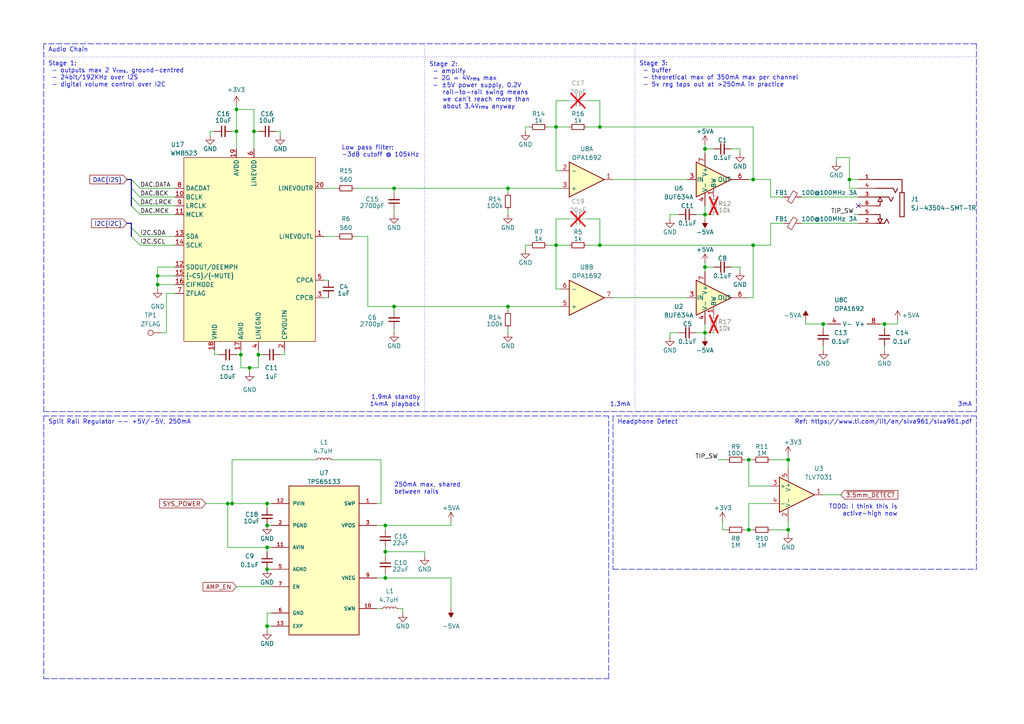
<source format=kicad_sch>
(kicad_sch (version 20230121) (generator eeschema)
  (paper "A4")
  (title_block (title "TANGARA") (date "2023-05-30") (rev "4") (company "made by jacqueline") (comment 1 "SPDX-License-Identifier: CERN-OHL-S-2.0"))
  (lib_symbols
    (symbol "Comparator:TLV7031DBV" (pin_names (offset 0.127))
      (property "Reference" "U" (at -1.27 6.35 0))
      (property "Value" "TLV7031DBV" (at -1.27 3.81 0))
      (symbol "TLV7031DBV_0_1"
        (polyline (pts (xy -5.08 5.08) (xy 5.08 0) (xy -5.08 -5.08) (xy -5.08 5.08)) (stroke (width 0.254)) (fill (type background)))
        (pin power_in line (at -2.54 -7.62 90) (length 3.81) (name "V-") (number "2"))
        (pin power_in line (at -2.54 7.62 270) (length 3.81) (name "V+") (number "5"))
      )
      (symbol "TLV7031DBV_1_1"
        (pin output line (at 7.62 0 180) (length 2.54) (name "~") (number "1"))
        (pin input line (at -7.62 2.54 0) (length 2.54) (name "+") (number "3"))
        (pin input line (at -7.62 -2.54 0) (length 2.54) (name "-") (number "4"))
      )
    )
    (symbol "Connector:TestPoint" (pin_numbers hide) (pin_names (offset 0.762) hide)
      (property "Reference" "TP" (at 0 6.858 0))
      (property "Value" "TestPoint" (at 0 5.08 0))
      (symbol "TestPoint_0_1"
        (circle (center 0 3.302) (radius 0.762))
      )
      (symbol "TestPoint_1_1"
        (pin passive line (at 0 0 90) (length 2.54) (name "1") (number "1"))
      )
    )
    (symbol "Device:C_Small" (pin_numbers hide) (pin_names (offset 0.254) hide)
      (property "Reference" "C" (at 0.254 1.778 0))
      (property "Value" "C_Small" (at 0.254 -2.032 0))
      (symbol "C_Small_0_1"
        (polyline (pts (xy -1.524 -0.508) (xy 1.524 -0.508)) (stroke (width 0.3302)))
        (polyline (pts (xy -1.524 0.508) (xy 1.524 0.508)) (stroke (width 0.3048)))
      )
      (symbol "C_Small_1_1"
        (pin passive line (at 0 2.54 270) (length 2.032) (name "~") (number "1"))
        (pin passive line (at 0 -2.54 90) (length 2.032) (name "~") (number "2"))
      )
    )
    (symbol "Device:Ferrite_Bead_Small" (pin_numbers hide) (pin_names (offset 0))
      (property "Reference" "FB" (at 1.905 1.27 0))
      (property "Value" "Device_Ferrite_Bead_Small" (at 1.905 -1.27 0))
      (symbol "Ferrite_Bead_Small_0_1"
        (polyline (pts (xy 0 -1.27) (xy 0 -0.7874)))
        (polyline (pts (xy 0 0.889) (xy 0 1.2954)))
        (polyline (pts (xy -1.8288 0.2794) (xy -1.1176 1.4986) (xy 1.8288 -0.2032) (xy 1.1176 -1.4224) (xy -1.8288 0.2794)))
      )
      (symbol "Ferrite_Bead_Small_1_1"
        (pin passive line (at 0 2.54 270) (length 1.27) (name "~") (number "1"))
        (pin passive line (at 0 -2.54 90) (length 1.27) (name "~") (number "2"))
      )
    )
    (symbol "Device:L_Small" (pin_numbers hide) (pin_names (offset 0.254) hide)
      (property "Reference" "L" (at 0.762 1.016 0))
      (property "Value" "L_Small" (at 0.762 -1.016 0))
      (symbol "L_Small_0_1"
        (arc (start 0 -2.032) (mid 0.5058 -1.524) (end 0 -1.016))
        (arc (start 0 -1.016) (mid 0.5058 -0.508) (end 0 0))
        (arc (start 0 0) (mid 0.5058 0.508) (end 0 1.016))
        (arc (start 0 1.016) (mid 0.5058 1.524) (end 0 2.032))
      )
      (symbol "L_Small_1_1"
        (pin passive line (at 0 2.54 270) (length 0.508) (name "~") (number "1"))
        (pin passive line (at 0 -2.54 90) (length 0.508) (name "~") (number "2"))
      )
    )
    (symbol "Device:Opamp_Dual"
      (property "Reference" "U" (at 0 5.08 0))
      (property "Value" "Opamp_Dual" (at 0 -5.08 0))
      (symbol "Opamp_Dual_1_1"
        (polyline (pts (xy -5.08 5.08) (xy 5.08 0) (xy -5.08 -5.08) (xy -5.08 5.08)) (stroke (width 0.254)) (fill (type background)))
        (pin output line (at 7.62 0 180) (length 2.54) (name "~") (number "1"))
        (pin input line (at -7.62 -2.54 0) (length 2.54) (name "-") (number "2"))
        (pin input line (at -7.62 2.54 0) (length 2.54) (name "+") (number "3"))
      )
      (symbol "Opamp_Dual_2_1"
        (polyline (pts (xy -5.08 5.08) (xy 5.08 0) (xy -5.08 -5.08) (xy -5.08 5.08)) (stroke (width 0.254)) (fill (type background)))
        (pin input line (at -7.62 2.54 0) (length 2.54) (name "+") (number "5"))
        (pin input line (at -7.62 -2.54 0) (length 2.54) (name "-") (number "6"))
        (pin output line (at 7.62 0 180) (length 2.54) (name "~") (number "7"))
      )
      (symbol "Opamp_Dual_3_1"
        (pin power_in line (at -2.54 -7.62 90) (length 3.81) (name "V-") (number "4"))
        (pin power_in line (at -2.54 7.62 270) (length 3.81) (name "V+") (number "8"))
      )
    )
    (symbol "Device:R_Small" (pin_numbers hide) (pin_names (offset 0.254) hide)
      (property "Reference" "R" (at 0.762 0.508 0))
      (property "Value" "R_Small" (at 0.762 -1.016 0))
      (symbol "R_Small_0_1"
        (rectangle (start -0.762 1.778) (end 0.762 -1.778) (stroke (width 0.2032)))
      )
      (symbol "R_Small_1_1"
        (pin passive line (at 0 2.54 270) (length 0.762) (name "~") (number "1"))
        (pin passive line (at 0 -2.54 90) (length 0.762) (name "~") (number "2"))
      )
    )
    (symbol "power:+3V3" (power) (pin_names (offset 0))
      (property "Value" "+3V3" (at 0 3.556 0))
      (symbol "+3V3_0_1"
        (polyline (pts (xy -0.762 1.27) (xy 0 2.54)))
        (polyline (pts (xy 0 0) (xy 0 2.54)))
        (polyline (pts (xy 0 2.54) (xy 0.762 1.27)))
      )
      (symbol "+3V3_1_1"
        (pin power_in line (at 0 0 90) (length 0) hide (name "+3V3") (number "1"))
      )
    )
    (symbol "power:+5VA" (power) (pin_names (offset 0))
      (property "Value" "+5VA" (at 0 3.556 0))
      (symbol "+5VA_0_1"
        (polyline (pts (xy -0.762 1.27) (xy 0 2.54)))
        (polyline (pts (xy 0 0) (xy 0 2.54)))
        (polyline (pts (xy 0 2.54) (xy 0.762 1.27)))
      )
      (symbol "+5VA_1_1"
        (pin power_in line (at 0 0 90) (length 0) hide (name "+5VA") (number "1"))
      )
    )
    (symbol "power:-5VA" (power) (pin_names (offset 0))
      (property "Value" "-5VA" (at 0 3.81 0))
      (symbol "-5VA_0_0"
        (pin power_in line (at 0 0 90) (length 0) hide (name "-5VA") (number "1"))
      )
      (symbol "-5VA_0_1"
        (polyline (pts (xy 0 0) (xy 0 1.27) (xy 0.762 1.27) (xy 0 2.54) (xy -0.762 1.27) (xy 0 1.27)) (fill (type outline)))
      )
    )
    (symbol "power:GND" (power) (pin_names (offset 0))
      (property "Value" "GND" (at 0 -3.81 0))
      (symbol "GND_0_1"
        (polyline (pts (xy 0 0) (xy 0 -1.27) (xy 1.27 -1.27) (xy 0 -2.54) (xy -1.27 -1.27) (xy 0 -1.27)))
      )
      (symbol "GND_1_1"
        (pin power_in line (at 0 0 270) (length 0) hide (name "GND") (number "1"))
      )
    )
    (symbol "symbols:BUF634A" (pin_names (offset 0.127))
      (property "Reference" "U" (at 6.35 2.54 0))
      (property "Value" "BUF634A" (at 7.62 -2.54 0))
      (symbol "BUF634A_0_1"
        (polyline (pts (xy 5.08 0) (xy -5.08 5.08) (xy -5.08 -5.08) (xy 5.08 0)) (stroke (width 0.254)) (fill (type background)))
      )
      (symbol "BUF634A_1_1"
        (pin input line (at 0 -5.08 90) (length 2.54) (name "BW") (number "1"))
        (pin no_connect line (at -1.27 -1.27 180) (length 2.54) hide (name "NC") (number "2"))
        (pin input line (at -7.62 0 0) (length 2.54) (name "IN") (number "3"))
        (pin power_in line (at -2.54 -7.62 90) (length 3.81) (name "V-") (number "4"))
        (pin no_connect line (at -5.08 -2.54 0) (length 2.54) hide (name "NC") (number "5"))
        (pin output line (at 10.16 0 180) (length 5.08) (name "OUT") (number "6"))
        (pin power_in line (at -2.54 7.62 270) (length 3.81) (name "V+") (number "7"))
        (pin no_connect line (at 0 0 180) (length 2.54) hide (name "NC") (number "8"))
        (pin power_in line (at -2.54 -7.62 90) (length 2.54) hide (name "EP") (number "9"))
      )
    )
    (symbol "symbols:SJ-43504-SMT-TR" (pin_names (offset 1.016))
      (property "Reference" "J" (at -8.9086 6.3633 0))
      (property "Value" "SJ-43504-SMT-TR" (at -8.8984 -11.4407 0))
      (symbol "SJ-43504-SMT-TR_0_0"
        (polyline (pts (xy -8.255 -5.715) (xy -8.255 1.27)) (stroke (width 0.254)))
        (polyline (pts (xy -8.255 1.27) (xy -7.62 1.27)) (stroke (width 0.254)))
        (polyline (pts (xy -7.62 1.27) (xy -6.985 1.27)) (stroke (width 0.254)))
        (polyline (pts (xy -7.62 5.08) (xy -7.62 1.27)) (stroke (width 0.254)))
        (polyline (pts (xy -6.985 -5.715) (xy -8.255 -5.715)) (stroke (width 0.254)))
        (polyline (pts (xy -6.985 1.27) (xy -6.985 -5.715)) (stroke (width 0.254)))
        (polyline (pts (xy -5.715 1.27) (xy -6.35 2.54)) (stroke (width 0.254)))
        (polyline (pts (xy -5.08 2.54) (xy -5.715 1.27)) (stroke (width 0.254)))
        (polyline (pts (xy -4.445 -1.27) (xy -5.08 0)) (stroke (width 0.254)))
        (polyline (pts (xy -3.81 0) (xy -4.445 -1.27)) (stroke (width 0.254)))
        (polyline (pts (xy -3.175 -6.35) (xy -3.81 -7.62)) (stroke (width 0.254)))
        (polyline (pts (xy -2.54 -7.62) (xy -3.175 -6.35)) (stroke (width 0.254)))
        (polyline (pts (xy -1.905 -6.35) (xy -1.27 -6.35)) (stroke (width 0.254)))
        (polyline (pts (xy -1.905 -1.27) (xy -1.27 -1.27)) (stroke (width 0.254)))
        (polyline (pts (xy -1.27 -7.62) (xy -2.54 -7.62)) (stroke (width 0.254)))
        (polyline (pts (xy -1.27 -7.62) (xy -1.905 -6.35)) (stroke (width 0.254)))
        (polyline (pts (xy -1.27 -6.35) (xy -0.635 -6.35)) (stroke (width 0.254)))
        (polyline (pts (xy -1.27 -5.08) (xy -1.27 -6.35)) (stroke (width 0.254)))
        (polyline (pts (xy -1.27 -2.54) (xy -1.27 -1.27)) (stroke (width 0.254)))
        (polyline (pts (xy -1.27 -1.27) (xy -0.635 -1.27)) (stroke (width 0.254)))
        (polyline (pts (xy -1.27 0) (xy -3.81 0)) (stroke (width 0.254)))
        (polyline (pts (xy -1.27 0) (xy -1.905 -1.27)) (stroke (width 0.254)))
        (polyline (pts (xy -0.635 -6.35) (xy -1.27 -7.62)) (stroke (width 0.254)))
        (polyline (pts (xy -0.635 -1.27) (xy -1.27 0)) (stroke (width 0.254)))
        (polyline (pts (xy 0 -7.62) (xy -1.27 -7.62)) (stroke (width 0.254)))
        (polyline (pts (xy 0 -5.08) (xy -1.27 -5.08)) (stroke (width 0.254)))
        (polyline (pts (xy 0 -2.54) (xy -1.27 -2.54)) (stroke (width 0.254)))
        (polyline (pts (xy 0 0) (xy -1.27 0)) (stroke (width 0.254)))
        (polyline (pts (xy 0 2.54) (xy -5.08 2.54)) (stroke (width 0.254)))
        (polyline (pts (xy 0 5.08) (xy -7.62 5.08)) (stroke (width 0.254)))
        (pin passive line (at 5.08 5.08 180) (length 5.08) (name "~") (number "1"))
        (pin passive line (at 5.08 -7.62 180) (length 5.08) (name "~") (number "2"))
        (pin passive line (at 5.08 0 180) (length 5.08) (name "~") (number "3"))
        (pin passive line (at 5.08 2.54 180) (length 5.08) (name "~") (number "4"))
        (pin passive line (at 5.08 -5.08 180) (length 5.08) (name "~") (number "5"))
        (pin passive line (at 5.08 -2.54 180) (length 5.08) (name "~") (number "6"))
      )
    )
    (symbol "symbols:TPS65135RTER" (pin_names (offset 1.016))
      (property "Reference" "U" (at -10.16 23.622 0))
      (property "Value" "TPS65135RTER" (at -10.16 -22.86 0))
      (symbol "TPS65135RTER_0_0"
        (rectangle (start -10.16 22.86) (end 10.16 -20.32) (stroke (width 0.254)) (fill (type background)))
        (pin bidirectional line (at 15.24 17.78 180) (length 5.08) (name "SWP") (number "1"))
        (pin bidirectional line (at 15.24 -12.7 180) (length 5.08) (name "SWN") (number "10"))
        (pin bidirectional line (at -15.24 5.08 0) (length 5.08) (name "AVIN") (number "11"))
        (pin bidirectional line (at -15.24 17.78 0) (length 5.08) (name "PVIN") (number "12"))
        (pin power_in line (at -15.24 -17.78 0) (length 5.08) (name "EXP") (number "13"))
        (pin power_in line (at -15.24 11.43 0) (length 5.08) (name "PGND") (number "2"))
        (pin output line (at 15.24 11.43 180) (length 5.08) (name "VPOS") (number "3"))
        (pin power_in line (at -15.24 -13.97 0) (length 5.08) hide (name "GND") (number "4"))
        (pin input line (at -15.24 -1.27 0) (length 5.08) (name "AGND") (number "5"))
        (pin power_in line (at -15.24 -13.97 0) (length 5.08) (name "GND") (number "6"))
        (pin input line (at -15.24 -6.35 0) (length 5.08) (name "EN") (number "7"))
        (pin output line (at -15.24 -13.97 0) (length 5.08) hide (name "GND") (number "8"))
        (pin output line (at 15.24 -3.81 180) (length 5.08) (name "VNEG") (number "9"))
      )
    )
    (symbol "symbols:WM8523"
      (property "Reference" "U" (at -3.81 5.08 0))
      (symbol "WM8523_0_0"
        (pin output line (at 21.59 2.54 180) (length 2.54) (name "LINEVOUTL") (number "1"))
        (pin output line (at -21.59 13.97 0) (length 2.54) (name "BCLK") (number "10"))
        (pin output line (at -21.59 8.89 0) (length 2.54) (name "MCLK") (number "11"))
        (pin output line (at -21.59 -6.35 0) (length 2.54) (name "SDOUT/DEEMPH") (number "12"))
        (pin output line (at -21.59 2.54 0) (length 2.54) (name "SDA") (number "13"))
        (pin output line (at -21.59 0 0) (length 2.54) (name "SCLK") (number "14"))
        (pin output line (at -21.59 -8.89 0) (length 2.54) (name "{~CS}/{~MUTE}") (number "15"))
        (pin output line (at -21.59 -11.43 0) (length 2.54) (name "CIFMODE") (number "16"))
        (pin output line (at -2.54 -30.48 90) (length 2.54) (name "AGND") (number "17"))
        (pin output line (at -10.16 -30.48 90) (length 2.54) (name "VMID") (number "18"))
        (pin output line (at -3.81 27.94 270) (length 2.54) (name "AVDD") (number "19"))
        (pin output line (at 10.16 -30.48 90) (length 2.54) (name "CPVOUTN") (number "2"))
        (pin output line (at 21.59 16.51 180) (length 2.54) (name "LINEVOUTR") (number "20"))
        (pin output line (at 21.59 -15.24 180) (length 2.54) (name "CPCB") (number "3"))
        (pin output line (at 2.54 -30.48 90) (length 2.54) (name "LINEGND") (number "4"))
        (pin output line (at 21.59 -10.16 180) (length 2.54) (name "CPCA") (number "5"))
        (pin output line (at 1.27 27.94 270) (length 2.54) (name "LINEVDD") (number "6"))
        (pin output line (at -21.59 -13.97 0) (length 2.54) (name "ZFLAG") (number "7"))
        (pin output line (at -21.59 16.51 0) (length 2.54) (name "DACDAT") (number "8"))
        (pin output line (at -21.59 11.43 0) (length 2.54) (name "LRCLK") (number "9"))
      )
      (symbol "WM8523_0_1"
        (rectangle (start -19.05 25.4) (end 19.05 -27.94) (fill (type background)))
      )
    )
  )
  (junction (at 204.47 43.18))
  (junction (at 256.54 93.98))
  (junction (at 147.32 88.9))
  (junction (at 68.58 31.75))
  (junction (at 45.72 80.01))
  (junction (at 147.32 54.61))
  (junction (at 161.29 71.12))
  (junction (at 74.93 102.87))
  (junction (at 246.38 52.07))
  (junction (at 204.47 96.52))
  (junction (at 66.04 146.05))
  (junction (at 228.6 153.67))
  (junction (at 77.47 181.61))
  (junction (at 111.76 167.64))
  (junction (at 77.47 165.1))
  (junction (at 218.44 71.12))
  (junction (at 77.47 152.4))
  (junction (at 161.29 36.83))
  (junction (at 173.99 36.83))
  (junction (at 77.47 158.75))
  (junction (at 67.31 146.05))
  (junction (at 73.66 38.1))
  (junction (at 173.99 71.12))
  (junction (at 218.44 52.07))
  (junction (at 68.58 38.1))
  (junction (at 217.17 133.35))
  (junction (at 111.76 152.4))
  (junction (at 111.76 160.02))
  (junction (at 72.39 106.68))
  (junction (at 77.47 146.05))
  (junction (at 204.47 77.47))
  (junction (at 69.85 102.87))
  (junction (at 217.17 153.67))
  (junction (at 238.76 93.98))
  (junction (at 114.3 88.9))
  (junction (at 204.47 62.23))
  (junction (at 45.72 82.55))
  (junction (at 114.3 54.61))
  (junction (at 228.6 133.35))
  (no_connect (at 248.92 59.69))
  (bus_entry (at 38.1 52.07) (size 2.54 2.54))
  (bus_entry (at 38.1 59.69) (size 2.54 2.54))
  (bus_entry (at 40.64 71.12) (size -2.54 -2.54))
  (bus_entry (at 38.1 57.15) (size 2.54 2.54))
  (bus_entry (at 38.1 54.61) (size 2.54 2.54))
  (bus_entry (at 40.64 68.58) (size -2.54 -2.54))
  (wire (pts (xy 109.22 146.05) (xy 110.49 146.05)))
  (polyline (pts (xy 12.7 16.51) (xy 283.21 16.51)) (stroke (width 0) (type dot)))
  (bus (pts (xy 38.1 54.61) (xy 38.1 57.15)))
  (wire (pts (xy 214.63 43.18) (xy 212.09 43.18)))
  (wire (pts (xy 68.58 31.75) (xy 68.58 38.1)))
  (wire (pts (xy 207.01 77.47) (xy 204.47 77.47)))
  (wire (pts (xy 82.55 102.87) (xy 81.28 102.87)))
  (polyline (pts (xy 283.21 12.7) (xy 12.7 12.7)) (stroke (width 0) (type dash)))
  (wire (pts (xy 256.54 93.98) (xy 255.27 93.98)))
  (wire (pts (xy 162.56 83.82) (xy 161.29 83.82)))
  (polyline (pts (xy 283.21 119.38) (xy 283.21 12.7)) (stroke (width 0) (type dash)))
  (wire (pts (xy 170.18 63.5) (xy 173.99 63.5)))
  (wire (pts (xy 233.68 93.98) (xy 238.76 93.98)))
  (wire (pts (xy 165.1 63.5) (xy 161.29 63.5)))
  (polyline (pts (xy 123.19 12.7) (xy 123.19 119.38)) (stroke (width 0) (type dot)))
  (wire (pts (xy 40.64 68.58) (xy 50.8 68.58)))
  (wire (pts (xy 67.31 133.35) (xy 91.44 133.35)))
  (wire (pts (xy 110.49 176.53) (xy 109.22 176.53)))
  (wire (pts (xy 62.23 102.87) (xy 63.5 102.87)))
  (wire (pts (xy 238.76 93.98) (xy 240.03 93.98)))
  (wire (pts (xy 223.52 57.15) (xy 227.33 57.15)))
  (wire (pts (xy 73.66 31.75) (xy 68.58 31.75)))
  (wire (pts (xy 66.04 158.75) (xy 66.04 146.05)))
  (wire (pts (xy 223.52 140.97) (xy 217.17 140.97)))
  (wire (pts (xy 45.72 80.01) (xy 45.72 82.55)))
  (wire (pts (xy 50.8 77.47) (xy 45.72 77.47)))
  (wire (pts (xy 147.32 96.52) (xy 147.32 95.25)))
  (wire (pts (xy 114.3 62.23) (xy 114.3 60.96)))
  (wire (pts (xy 209.55 153.67) (xy 210.82 153.67)))
  (wire (pts (xy 62.23 101.6) (xy 62.23 102.87)))
  (wire (pts (xy 116.84 176.53) (xy 116.84 177.8)))
  (wire (pts (xy 147.32 54.61) (xy 162.56 54.61)))
  (wire (pts (xy 256.54 101.6) (xy 256.54 100.33)))
  (wire (pts (xy 66.04 146.05) (xy 67.31 146.05)))
  (polyline (pts (xy 283.21 120.65) (xy 177.8 120.65)) (stroke (width 0) (type dash)))
  (wire (pts (xy 238.76 143.51) (xy 243.84 143.51)))
  (wire (pts (xy 77.47 147.32) (xy 77.47 146.05)))
  (wire (pts (xy 242.57 45.72) (xy 242.57 46.99)))
  (wire (pts (xy 68.58 38.1) (xy 68.58 43.18)))
  (wire (pts (xy 110.49 146.05) (xy 110.49 133.35)))
  (wire (pts (xy 40.64 54.61) (xy 50.8 54.61)))
  (wire (pts (xy 207.01 43.18) (xy 204.47 43.18)))
  (wire (pts (xy 111.76 152.4) (xy 111.76 153.67)))
  (wire (pts (xy 194.31 63.5) (xy 194.31 62.23)))
  (polyline (pts (xy 176.53 120.65) (xy 12.7 120.65)) (stroke (width 0) (type dash)))
  (wire (pts (xy 238.76 95.25) (xy 238.76 93.98)))
  (wire (pts (xy 77.47 182.88) (xy 77.47 181.61)))
  (wire (pts (xy 97.79 68.58) (xy 93.98 68.58)))
  (wire (pts (xy 228.6 132.08) (xy 228.6 133.35)))
  (wire (pts (xy 130.81 167.64) (xy 111.76 167.64)))
  (wire (pts (xy 223.52 57.15) (xy 223.52 52.07)))
  (wire (pts (xy 68.58 30.48) (xy 68.58 31.75)))
  (wire (pts (xy 165.1 29.21) (xy 161.29 29.21)))
  (wire (pts (xy 97.79 54.61) (xy 93.98 54.61)))
  (bus (pts (xy 36.83 64.77) (xy 38.1 64.77)))
  (wire (pts (xy 69.85 102.87) (xy 68.58 102.87)))
  (wire (pts (xy 67.31 146.05) (xy 67.31 133.35)))
  (wire (pts (xy 204.47 62.23) (xy 207.01 62.23)))
  (wire (pts (xy 114.3 96.52) (xy 114.3 95.25)))
  (wire (pts (xy 217.17 140.97) (xy 217.17 133.35)))
  (wire (pts (xy 62.23 38.1) (xy 60.96 38.1)))
  (wire (pts (xy 256.54 95.25) (xy 256.54 93.98)))
  (wire (pts (xy 147.32 88.9) (xy 162.56 88.9)))
  (wire (pts (xy 69.85 106.68) (xy 69.85 102.87)))
  (wire (pts (xy 95.25 86.36) (xy 93.98 86.36)))
  (wire (pts (xy 81.28 38.1) (xy 80.01 38.1)))
  (wire (pts (xy 260.35 93.98) (xy 256.54 93.98)))
  (wire (pts (xy 223.52 146.05) (xy 217.17 146.05)))
  (wire (pts (xy 74.93 106.68) (xy 72.39 106.68)))
  (wire (pts (xy 194.31 62.23) (xy 196.85 62.23)))
  (wire (pts (xy 161.29 71.12) (xy 165.1 71.12)))
  (wire (pts (xy 111.76 160.02) (xy 111.76 161.29)))
  (wire (pts (xy 130.81 151.13) (xy 130.81 152.4)))
  (wire (pts (xy 246.38 45.72) (xy 242.57 45.72)))
  (polyline (pts (xy 283.21 165.1) (xy 283.21 120.65)) (stroke (width 0) (type dash)))
  (wire (pts (xy 218.44 52.07) (xy 218.44 36.83)))
  (wire (pts (xy 215.9 153.67) (xy 217.17 153.67)))
  (wire (pts (xy 69.85 101.6) (xy 69.85 102.87)))
  (wire (pts (xy 74.93 102.87) (xy 76.2 102.87)))
  (wire (pts (xy 81.28 39.37) (xy 81.28 38.1)))
  (wire (pts (xy 161.29 49.53) (xy 161.29 36.83)))
  (wire (pts (xy 223.52 52.07) (xy 218.44 52.07)))
  (wire (pts (xy 111.76 152.4) (xy 130.81 152.4)))
  (wire (pts (xy 204.47 97.79) (xy 204.47 96.52)))
  (wire (pts (xy 204.47 41.91) (xy 204.47 43.18)))
  (wire (pts (xy 215.9 133.35) (xy 217.17 133.35)))
  (wire (pts (xy 223.52 71.12) (xy 218.44 71.12)))
  (wire (pts (xy 201.93 62.23) (xy 204.47 62.23)))
  (wire (pts (xy 74.93 102.87) (xy 74.93 106.68)))
  (wire (pts (xy 223.52 133.35) (xy 228.6 133.35)))
  (wire (pts (xy 247.65 62.23) (xy 248.92 62.23)))
  (wire (pts (xy 109.22 152.4) (xy 111.76 152.4)))
  (wire (pts (xy 67.31 146.05) (xy 77.47 146.05)))
  (wire (pts (xy 147.32 55.88) (xy 147.32 54.61)))
  (wire (pts (xy 218.44 86.36) (xy 218.44 71.12)))
  (wire (pts (xy 40.64 71.12) (xy 50.8 71.12)))
  (wire (pts (xy 77.47 181.61) (xy 78.74 181.61)))
  (wire (pts (xy 72.39 106.68) (xy 69.85 106.68)))
  (wire (pts (xy 170.18 29.21) (xy 173.99 29.21)))
  (wire (pts (xy 106.68 88.9) (xy 114.3 88.9)))
  (wire (pts (xy 114.3 54.61) (xy 147.32 54.61)))
  (polyline (pts (xy 177.8 165.1) (xy 283.21 165.1)) (stroke (width 0) (type dash)))
  (wire (pts (xy 111.76 158.75) (xy 111.76 160.02)))
  (wire (pts (xy 217.17 153.67) (xy 218.44 153.67)))
  (wire (pts (xy 194.31 96.52) (xy 196.85 96.52)))
  (wire (pts (xy 59.69 146.05) (xy 66.04 146.05)))
  (wire (pts (xy 147.32 90.17) (xy 147.32 88.9)))
  (polyline (pts (xy 12.7 12.7) (xy 12.7 119.38)) (stroke (width 0) (type dash)))
  (wire (pts (xy 173.99 63.5) (xy 173.99 71.12)))
  (wire (pts (xy 48.26 96.52) (xy 46.99 96.52)))
  (wire (pts (xy 50.8 85.09) (xy 48.26 85.09)))
  (wire (pts (xy 228.6 154.94) (xy 228.6 153.67)))
  (wire (pts (xy 204.47 96.52) (xy 204.47 93.98)))
  (wire (pts (xy 204.47 76.2) (xy 204.47 77.47)))
  (wire (pts (xy 106.68 68.58) (xy 106.68 88.9)))
  (wire (pts (xy 246.38 52.07) (xy 246.38 45.72)))
  (bus (pts (xy 36.83 52.07) (xy 38.1 52.07)))
  (polyline (pts (xy 176.53 196.85) (xy 176.53 120.65)) (stroke (width 0) (type dash)))
  (wire (pts (xy 48.26 85.09) (xy 48.26 96.52)))
  (wire (pts (xy 194.31 97.79) (xy 194.31 96.52)))
  (wire (pts (xy 40.64 62.23) (xy 50.8 62.23)))
  (wire (pts (xy 246.38 54.61) (xy 248.92 54.61)))
  (wire (pts (xy 72.39 106.68) (xy 72.39 107.95)))
  (wire (pts (xy 204.47 62.23) (xy 204.47 59.69)))
  (wire (pts (xy 177.8 52.07) (xy 199.39 52.07)))
  (wire (pts (xy 74.93 101.6) (xy 74.93 102.87)))
  (wire (pts (xy 217.17 133.35) (xy 218.44 133.35)))
  (bus (pts (xy 38.1 57.15) (xy 38.1 59.69)))
  (wire (pts (xy 60.96 38.1) (xy 60.96 39.37)))
  (bus (pts (xy 38.1 66.04) (xy 38.1 68.58)))
  (wire (pts (xy 73.66 38.1) (xy 73.66 43.18)))
  (wire (pts (xy 173.99 71.12) (xy 218.44 71.12)))
  (wire (pts (xy 223.52 64.77) (xy 223.52 71.12)))
  (wire (pts (xy 123.19 160.02) (xy 111.76 160.02)))
  (wire (pts (xy 214.63 77.47) (xy 212.09 77.47)))
  (wire (pts (xy 40.64 57.15) (xy 50.8 57.15)))
  (wire (pts (xy 161.29 36.83) (xy 165.1 36.83)))
  (wire (pts (xy 238.76 101.6) (xy 238.76 100.33)))
  (polyline (pts (xy 12.7 120.65) (xy 12.7 196.85)) (stroke (width 0) (type dash)))
  (wire (pts (xy 68.58 170.18) (xy 78.74 170.18)))
  (wire (pts (xy 260.35 93.98) (xy 260.35 92.71)))
  (wire (pts (xy 109.22 167.64) (xy 111.76 167.64)))
  (polyline (pts (xy 12.7 196.85) (xy 176.53 196.85)) (stroke (width 0) (type dash)))
  (wire (pts (xy 114.3 88.9) (xy 147.32 88.9)))
  (wire (pts (xy 77.47 165.1) (xy 78.74 165.1)))
  (wire (pts (xy 77.47 158.75) (xy 78.74 158.75)))
  (wire (pts (xy 209.55 151.13) (xy 209.55 153.67)))
  (wire (pts (xy 77.47 152.4) (xy 78.74 152.4)))
  (wire (pts (xy 223.52 64.77) (xy 227.33 64.77)))
  (wire (pts (xy 147.32 62.23) (xy 147.32 60.96)))
  (wire (pts (xy 204.47 63.5) (xy 204.47 62.23)))
  (wire (pts (xy 82.55 101.6) (xy 82.55 102.87)))
  (wire (pts (xy 173.99 29.21) (xy 173.99 36.83)))
  (wire (pts (xy 130.81 176.53) (xy 130.81 167.64)))
  (wire (pts (xy 110.49 133.35) (xy 96.52 133.35)))
  (wire (pts (xy 204.47 96.52) (xy 207.01 96.52)))
  (wire (pts (xy 95.25 81.28) (xy 93.98 81.28)))
  (wire (pts (xy 208.28 133.35) (xy 210.82 133.35)))
  (wire (pts (xy 217.17 86.36) (xy 218.44 86.36)))
  (wire (pts (xy 177.8 86.36) (xy 199.39 86.36)))
  (wire (pts (xy 77.47 146.05) (xy 78.74 146.05)))
  (wire (pts (xy 111.76 166.37) (xy 111.76 167.64)))
  (wire (pts (xy 204.47 43.18) (xy 204.47 44.45)))
  (wire (pts (xy 45.72 82.55) (xy 45.72 83.82)))
  (bus (pts (xy 38.1 52.07) (xy 38.1 54.61)))
  (wire (pts (xy 115.57 176.53) (xy 116.84 176.53)))
  (wire (pts (xy 50.8 82.55) (xy 45.72 82.55)))
  (wire (pts (xy 162.56 49.53) (xy 161.29 49.53)))
  (wire (pts (xy 158.75 36.83) (xy 161.29 36.83)))
  (wire (pts (xy 204.47 77.47) (xy 204.47 78.74)))
  (wire (pts (xy 217.17 52.07) (xy 218.44 52.07)))
  (wire (pts (xy 152.4 38.1) (xy 152.4 36.83)))
  (wire (pts (xy 161.29 83.82) (xy 161.29 71.12)))
  (wire (pts (xy 228.6 133.35) (xy 228.6 135.89)))
  (wire (pts (xy 114.3 88.9) (xy 114.3 90.17)))
  (wire (pts (xy 77.47 158.75) (xy 66.04 158.75)))
  (wire (pts (xy 161.29 63.5) (xy 161.29 71.12)))
  (wire (pts (xy 201.93 96.52) (xy 204.47 96.52)))
  (wire (pts (xy 214.63 44.45) (xy 214.63 43.18)))
  (wire (pts (xy 246.38 52.07) (xy 248.92 52.07)))
  (wire (pts (xy 217.17 146.05) (xy 217.17 153.67)))
  (wire (pts (xy 123.19 161.29) (xy 123.19 160.02)))
  (wire (pts (xy 170.18 71.12) (xy 173.99 71.12)))
  (wire (pts (xy 74.93 38.1) (xy 73.66 38.1)))
  (wire (pts (xy 170.18 36.83) (xy 173.99 36.83)))
  (wire (pts (xy 78.74 177.8) (xy 77.47 177.8)))
  (wire (pts (xy 77.47 160.02) (xy 77.47 158.75)))
  (wire (pts (xy 152.4 72.39) (xy 152.4 71.12)))
  (wire (pts (xy 102.87 54.61) (xy 114.3 54.61)))
  (wire (pts (xy 223.52 153.67) (xy 228.6 153.67)))
  (wire (pts (xy 246.38 52.07) (xy 246.38 54.61)))
  (wire (pts (xy 67.31 38.1) (xy 68.58 38.1)))
  (wire (pts (xy 50.8 80.01) (xy 45.72 80.01)))
  (wire (pts (xy 102.87 68.58) (xy 106.68 68.58)))
  (polyline (pts (xy 184.15 12.7) (xy 184.15 119.38)) (stroke (width 0) (type dot)))
  (polyline (pts (xy 177.8 120.65) (xy 177.8 165.1)) (stroke (width 0) (type dash)))
  (wire (pts (xy 152.4 71.12) (xy 153.67 71.12)))
  (wire (pts (xy 40.64 59.69) (xy 50.8 59.69)))
  (wire (pts (xy 233.68 93.98) (xy 233.68 92.71)))
  (wire (pts (xy 228.6 153.67) (xy 228.6 151.13)))
  (wire (pts (xy 158.75 71.12) (xy 161.29 71.12)))
  (wire (pts (xy 214.63 78.74) (xy 214.63 77.47)))
  (wire (pts (xy 173.99 36.83) (xy 218.44 36.83)))
  (wire (pts (xy 161.29 29.21) (xy 161.29 36.83)))
  (wire (pts (xy 45.72 77.47) (xy 45.72 80.01)))
  (polyline (pts (xy 12.7 119.38) (xy 283.21 119.38)) (stroke (width 0) (type dash)))
  (wire (pts (xy 73.66 38.1) (xy 73.66 31.75)))
  (wire (pts (xy 232.41 57.15) (xy 248.92 57.15)))
  (wire (pts (xy 232.41 64.77) (xy 248.92 64.77)))
  (wire (pts (xy 77.47 177.8) (xy 77.47 181.61)))
  (wire (pts (xy 114.3 54.61) (xy 114.3 55.88)))
  (wire (pts (xy 152.4 36.83) (xy 153.67 36.83)))
  (bus (pts (xy 38.1 64.77) (xy 38.1 66.04)))
  (text "Low pass filter:\n-3dB cutoff @ 105kHz" (at 99.06 45.72 0) (effects (font (size 1.27 1.27)) (justify left bottom)))
  (text "Stage 2:\n - amplify\n - 2G = 4V_{rms} max\n - ±5V power supply, 0.2V\n    rail-to-rail swing means\n    we can't reach more than\n    about 3.4V_{rms} anyway" (at 124.46 31.75 0) (effects (font (size 1.27 1.27)) (justify left bottom)))
  (text "1.9mA standby\n14mA playback" (at 121.92 118.11 0) (effects (font (size 1.27 1.27)) (justify right bottom)))
  (text "Audio Chain\n" (at 13.97 15.24 0) (effects (font (size 1.27 1.27)) (justify left bottom)))
  (text "TODO: I think this is\nactive-high now" (at 260.35 149.86 0) (effects (font (size 1.27 1.27)) (justify right bottom)))
  (text "Ref: https://www.ti.com/lit/an/slva961/slva961.pdf" (at 281.94 123.19 0) (effects (font (size 1.27 1.27)) (justify right bottom)))
  (text "Stage 1:\n - outputs max 2 V_{rms}, ground-centred\n - 24bit/192KHz over I2S\n - digital volume control over I2C" (at 13.97 25.4 0) (effects (font (size 1.27 1.27)) (justify left bottom)))
  (text "250mA max, shared\nbetween rails" (at 114.3 143.51 0) (effects (font (size 1.27 1.27)) (justify left bottom)))
  (text "Stage 3:\n - buffer\n - theoretical max of 350mA max per channel\n - 5v reg taps out at >250mA in practice" (at 185.42 25.4 0) (effects (font (size 1.27 1.27)) (justify left bottom)))
  (text "Headphone Detect" (at 179.07 123.19 0) (effects (font (size 1.27 1.27)) (justify left bottom)))
  (text "3mA" (at 281.94 118.11 0) (effects (font (size 1.27 1.27)) (justify right bottom)))
  (text "1.3mA" (at 182.88 118.11 0) (effects (font (size 1.27 1.27)) (justify right bottom)))
  (text "Split Rail Regulator -- +5V/-5V, 250mA" (at 13.97 123.19 0) (effects (font (size 1.27 1.27)) (justify left bottom)))
  (label "TIP_SW" (at 247.65 62.23 180))
  (label "I2C.SDA" (at 40.64 68.58 0))
  (label "DAC.MCK" (at 40.64 62.23 0))
  (label "TIP_SW" (at 208.28 133.35 180))
  (label "DAC.LRCK" (at 40.64 59.69 0))
  (label "DAC.DATA" (at 40.64 54.61 0))
  (label "DAC.BCK" (at 40.64 57.15 0))
  (label "I2C.SCL" (at 40.64 71.12 0))
  (global_label "~{3.5mm_DETECT}" (shape input) (at 243.84 143.51 0) (property "Intersheetrefs" "${INTERSHEET_REFS}" (effects hide)))
  (global_label "AMP_EN" (shape input) (at 68.58 170.18 180) (property "Intersheetrefs" "${INTERSHEET_REFS}" (effects hide)))
  (global_label "I2C{I2C}" (shape input) (at 36.83 64.77 180) (property "Intersheetrefs" "${INTERSHEET_REFS}" (effects hide)))
  (global_label "DAC{I2S}" (shape input) (at 36.83 52.07 180) (property "Intersheetrefs" "${INTERSHEET_REFS}" (effects hide)))
  (global_label "SYS_POWER" (shape input) (at 59.69 146.05 180) (property "Intersheetrefs" "${INTERSHEET_REFS}" (effects hide)))
  (symbol (lib_id "Device:Opamp_Dual") (at 170.18 52.07 0) (mirror x) (unit 1)
    (property "Reference" "U8" (at 170.18 43.18 0))
    (property "Value" "OPA1692" (at 170.18 45.72 0))
    (property "Footprint" "Package_SO:SO-8_3.9x4.9mm_P1.27mm" (effects hide))
    (property "MPN" "OPA1692IDGKT" (effects hide))
  )
  (symbol (lib_id "power:GND") (at 77.47 165.1 0) (unit 1)
    (property "Reference" "#PWR015" (effects hide))
    (property "Value" "GND" (at 77.47 168.91 0))
  )
  (symbol (lib_id "symbols:SJ-43504-SMT-TR") (at 254 57.15 0) (mirror y) (unit 1)
    (property "Reference" "J1" (at 264.16 57.785 0) (effects (justify right)))
    (property "Value" "SJ-43504-SMT-TR" (at 264.16 60.325 0) (effects (justify right)))
    (property "Footprint" "footprints:CUI_SJ-43504-SMT-TR" (effects hide))
    (property "MPN" "SJ-43504-SMT-TR" (effects hide))
  )
  (symbol (lib_id "Device:R_Small") (at 167.64 71.12 90) (unit 1)
    (property "Reference" "R5" (at 167.64 67.31 90))
    (property "Value" "1k" (at 167.64 69.215 90))
    (property "Footprint" "Resistor_SMD:R_0603_1608Metric" (effects hide))
    (property "MPN" "ERJ-3RBD1001V" (effects hide))
  )
  (symbol (lib_id "power:+3V3") (at 68.58 30.48 0) (unit 1)
    (property "Reference" "#PWR07" (effects hide))
    (property "Value" "+3V3" (at 71.12 26.035 0) (effects (justify right)))
  )
  (symbol (lib_id "power:GND") (at 228.6 154.94 0) (unit 1)
    (property "Reference" "#PWR048" (effects hide))
    (property "Value" "GND" (at 228.6 158.75 0))
  )
  (symbol (lib_id "Device:Ferrite_Bead_Small") (at 229.87 57.15 90) (unit 1)
    (property "Reference" "FB1" (at 228.6 55.88 90) (effects (justify left)))
    (property "Value" "100@100MHz 3A" (at 232.41 55.88 90) (effects (justify right)))
    (property "Footprint" "Inductor_SMD:L_0603_1608Metric" (effects hide))
    (property "MPN" "BLM18KG101TN1D" (effects hide))
    (instances (project "gay-ipod" (path "" (reference "FB1") (unit 1)) (path "" (reference "FB2") (unit 1)) (path "" (reference "FB3") (unit 1))) (project "reform2-motherboard" (path "" (reference "FB17") (unit 1))))
  )
  (symbol (lib_id "power:GND") (at 194.31 97.79 0) (mirror y) (unit 1)
    (property "Reference" "#PWR09" (effects hide))
    (property "Value" "GND" (at 194.31 101.6 0))
  )
  (symbol (lib_id "Device:C_Small") (at 209.55 77.47 90) (unit 1)
    (property "Reference" "C8" (at 209.55 74.93 90))
    (property "Value" "0.1uF" (at 209.55 80.01 90))
    (property "Footprint" "Capacitor_SMD:C_0603_1608Metric" (effects hide))
    (property "MPN" "GCM188R71C104KA37J" (effects hide))
  )
  (symbol (lib_id "Device:Ferrite_Bead_Small") (at 229.87 64.77 90) (unit 1)
    (property "Reference" "FB1" (at 228.6 63.5 90) (effects (justify left)))
    (property "Value" "100@100MHz 3A" (at 232.41 63.5 90) (effects (justify right)))
    (property "Footprint" "Inductor_SMD:L_0603_1608Metric" (effects hide))
    (property "MPN" "BLM18KG101TN1D" (effects hide))
    (instances (project "gay-ipod" (path "" (reference "FB1") (unit 1)) (path "" (reference "FB2") (unit 1)) (path "" (reference "FB4") (unit 1))) (project "reform2-motherboard" (path "" (reference "FB17") (unit 1))))
  )
  (symbol (lib_id "Device:R_Small") (at 147.32 92.71 180) (unit 1)
    (property "Reference" "R14" (at 143.51 92.075 0))
    (property "Value" "100k" (at 143.51 93.98 0))
    (property "Footprint" "Resistor_SMD:R_0603_1608Metric" (effects hide))
    (property "MPN" "RC0603JR-10100KL" (effects hide))
  )
  (symbol (lib_id "power:GND") (at 60.96 39.37 0) (unit 1)
    (property "Reference" "#PWR017" (effects hide))
    (property "Value" "GND" (at 60.96 43.18 0))
  )
  (symbol (lib_id "Device:R_Small") (at 207.01 59.69 0) (unit 1) (dnp yes)
    (property "Reference" "R12" (at 210.185 59.055 0))
    (property "Value" "10k" (at 210.185 60.96 0))
    (property "Footprint" "Resistor_SMD:R_0603_1608Metric" (effects hide))
    (property "MPN" "AC0603JR-0710KL" (effects hide))
  )
  (symbol (lib_id "Device:C_Small") (at 167.64 63.5 90) (unit 1) (dnp yes)
    (property "Reference" "C19" (at 167.6463 58.42 90))
    (property "Value" "20pF" (at 167.6463 60.96 90))
    (property "Footprint" "Capacitor_SMD:C_0603_1608Metric" (effects hide))
    (property "MPN" "GCM1885C1H100FA16D" (effects hide))
  )
  (symbol (lib_id "Device:C_Small") (at 114.3 58.42 180) (unit 1)
    (property "Reference" "C15" (at 107.95 57.785 0))
    (property "Value" "2700pF" (at 107.95 59.69 0))
    (property "Footprint" "Capacitor_SMD:C_0603_1608Metric" (effects hide))
    (property "MPN" "GRM1885C1H272JA01D" (effects hide))
  )
  (symbol (lib_id "power:+3V3") (at 209.55 151.13 0) (mirror y) (unit 1)
    (property "Reference" "#PWR047" (effects hide))
    (property "Value" "+3V3" (at 207.01 147.32 0) (effects (justify right)))
  )
  (symbol (lib_id "power:+5VA") (at 130.81 151.13 0) (unit 1)
    (property "Reference" "#PWR019" (effects hide))
    (property "Value" "+5VA" (at 130.81 147.32 0))
  )
  (symbol (lib_id "Device:L_Small") (at 113.03 176.53 270) (mirror x) (unit 1)
    (property "Reference" "L1" (at 114.3 171.45 90) (effects (justify right)))
    (property "Value" "4.7uH" (at 115.57 173.99 90) (effects (justify right)))
    (property "Footprint" "Inductor_SMD:L_1008_2520Metric" (effects hide))
    (property "MPN" "1239AS-H-4R7M" (effects hide))
  )
  (symbol (lib_id "Device:Opamp_Dual") (at 247.65 96.52 270) (unit 3)
    (property "Reference" "U8" (at 241.935 86.995 90) (effects (justify left)))
    (property "Value" "OPA1692" (at 241.935 89.535 90) (effects (justify left)))
    (property "Footprint" "Package_SO:SO-8_3.9x4.9mm_P1.27mm" (effects hide))
    (property "MPN" "OPA1692IDGKT" (effects hide))
  )
  (symbol (lib_id "Device:C_Small") (at 111.76 163.83 0) (unit 1)
    (property "Reference" "C10" (at 116.205 163.195 0))
    (property "Value" "22uF" (at 116.205 165.1 0))
    (property "Footprint" "Capacitor_SMD:C_1206_3216Metric" (effects hide))
    (property "MPN" "GRM319R61C226KE15D" (effects hide))
  )
  (symbol (lib_id "symbols:WM8523") (at 72.39 71.12 0) (unit 1)
    (property "Reference" "U17" (at 49.53 41.91 0) (effects (justify left)))
    (property "Value" "WM8523" (at 53.34 44.45 0))
    (property "Footprint" "Package_SO:SSOP-20_4.4x6.5mm_P0.65mm" (effects hide))
    (property "MPN" "WM8523GEDT/R" (effects hide))
  )
  (symbol (lib_id "power:GND") (at 147.32 62.23 0) (unit 1)
    (property "Reference" "#PWR032" (effects hide))
    (property "Value" "GND" (at 147.32 66.04 0))
  )
  (symbol (lib_id "power:GND") (at 256.54 101.6 0) (unit 1)
    (property "Reference" "#PWR037" (effects hide))
    (property "Value" "GND" (at 256.54 105.41 0))
  )
  (symbol (lib_id "Device:C_Small") (at 95.25 83.82 0) (unit 1)
    (property "Reference" "C4" (at 99.695 83.185 0))
    (property "Value" "1uF" (at 99.695 85.09 0))
    (property "Footprint" "Capacitor_SMD:C_0805_2012Metric" (effects hide))
    (property "MPN" "GRM216R61C105KA88D" (effects hide))
  )
  (symbol (lib_id "Device:R_Small") (at 147.32 58.42 180) (unit 1)
    (property "Reference" "R14" (at 143.51 57.785 0))
    (property "Value" "100k" (at 143.51 59.69 0))
    (property "Footprint" "Resistor_SMD:R_0603_1608Metric" (effects hide))
    (property "MPN" "RC0603JR-10100KL" (effects hide))
  )
  (symbol (lib_id "power:+5VA") (at 204.47 41.91 0) (unit 1)
    (property "Reference" "#PWR026" (effects hide))
    (property "Value" "+5VA" (at 204.47 38.1 0))
  )
  (symbol (lib_id "symbols:TPS65135RTER") (at 93.98 163.83 0) (unit 1)
    (property "Reference" "U7" (at 93.98 137.16 0))
    (property "Value" "TPS65133" (at 93.98 139.7 0))
    (property "Footprint" "footprints:SON40P300X300X80-13N" (effects hide))
    (property "MPN" "TPS65133DPDR" (effects hide))
  )
  (symbol (lib_id "power:GND") (at 81.28 39.37 0) (unit 1)
    (property "Reference" "#PWR017" (effects hide))
    (property "Value" "GND" (at 81.28 43.18 0))
  )
  (symbol (lib_id "power:-5VA") (at 204.47 63.5 180) (unit 1)
    (property "Reference" "#PWR028" (effects hide))
    (property "Value" "-5VA" (at 204.47 67.31 0))
  )
  (symbol (lib_id "power:GND") (at 45.72 83.82 0) (unit 1)
    (property "Reference" "#PWR034" (effects hide))
    (property "Value" "GND" (at 45.72 88.9 0))
  )
  (symbol (lib_id "Comparator:TLV7031DBV") (at 231.14 143.51 0) (unit 1)
    (property "Reference" "U3" (at 237.49 135.89 0))
    (property "Value" "TLV7031" (at 237.49 138.43 0))
    (property "Footprint" "Package_TO_SOT_SMD:SOT-23-5" (effects hide))
    (property "Datasheet" "https://www.ti.com/lit/ds/symlink/tlv7031.pdf" (effects hide))
    (property "MPN" "TLV7031DBV" (effects hide))
  )
  (symbol (lib_id "power:GND") (at 114.3 62.23 0) (unit 1)
    (property "Reference" "#PWR017" (effects hide))
    (property "Value" "GND" (at 114.3 66.04 0))
  )
  (symbol (lib_id "power:+5VA") (at 204.47 76.2 0) (unit 1)
    (property "Reference" "#PWR030" (effects hide))
    (property "Value" "+5VA" (at 204.47 72.39 0))
  )
  (symbol (lib_id "power:GND") (at 214.63 78.74 0) (unit 1)
    (property "Reference" "#PWR036" (effects hide))
    (property "Value" "GND" (at 214.63 82.55 0))
  )
  (symbol (lib_id "Device:R_Small") (at 220.98 133.35 90) (unit 1)
    (property "Reference" "R11" (at 220.98 129.54 90))
    (property "Value" "1M" (at 220.98 131.445 90))
    (property "Footprint" "Resistor_SMD:R_0603_1608Metric" (effects hide))
    (property "MPN" "AC0603FR-131ML" (effects hide))
  )
  (symbol (lib_id "Device:C_Small") (at 199.39 96.52 270) (mirror x) (unit 1)
    (property "Reference" "C5" (at 199.39 93.98 90))
    (property "Value" "0.1uF" (at 199.39 99.06 90))
    (property "Footprint" "Capacitor_SMD:C_0603_1608Metric" (effects hide))
    (property "MPN" "GCM188R71C104KA37J" (effects hide))
  )
  (symbol (lib_id "Device:C_Small") (at 199.39 62.23 270) (mirror x) (unit 1)
    (property "Reference" "C11" (at 199.39 59.69 90))
    (property "Value" "0.1uF" (at 199.39 64.77 90))
    (property "Footprint" "Capacitor_SMD:C_0603_1608Metric" (effects hide))
    (property "MPN" "GCM188R71C104KA37J" (effects hide))
  )
  (symbol (lib_id "power:GND") (at 72.39 107.95 0) (unit 1)
    (property "Reference" "#PWR034" (effects hide))
    (property "Value" "GND" (at 72.39 113.03 0))
  )
  (symbol (lib_id "power:GND") (at 152.4 72.39 0) (unit 1)
    (property "Reference" "#PWR032" (effects hide))
    (property "Value" "GND" (at 152.4 76.2 0))
  )
  (symbol (lib_id "power:-5VA") (at 204.47 97.79 180) (unit 1)
    (property "Reference" "#PWR029" (effects hide))
    (property "Value" "-5VA" (at 204.47 101.6 0))
  )
  (symbol (lib_id "Device:R_Small") (at 213.36 133.35 90) (unit 1)
    (property "Reference" "R9" (at 213.36 129.54 90))
    (property "Value" "100k" (at 213.36 131.445 90))
    (property "Footprint" "Resistor_SMD:R_0603_1608Metric" (effects hide))
    (property "MPN" "RC0603JR-10100KL" (effects hide))
  )
  (symbol (lib_id "power:GND") (at 152.4 38.1 0) (unit 1)
    (property "Reference" "#PWR031" (effects hide))
    (property "Value" "GND" (at 152.4 41.91 0))
  )
  (symbol (lib_id "power:GND") (at 194.31 63.5 0) (mirror y) (unit 1)
    (property "Reference" "#PWR02" (effects hide))
    (property "Value" "GND" (at 194.31 67.31 0))
  )
  (symbol (lib_id "power:GND") (at 214.63 44.45 0) (unit 1)
    (property "Reference" "#PWR035" (effects hide))
    (property "Value" "GND" (at 214.63 48.26 0))
  )
  (symbol (lib_id "Device:R_Small") (at 220.98 153.67 270) (mirror x) (unit 1)
    (property "Reference" "R10" (at 220.98 156.21 90))
    (property "Value" "1M" (at 220.98 158.115 90))
    (property "Footprint" "Resistor_SMD:R_0603_1608Metric" (effects hide))
    (property "MPN" "AC0603FR-131ML" (effects hide))
  )
  (symbol (lib_id "power:GND") (at 114.3 96.52 0) (unit 1)
    (property "Reference" "#PWR016" (effects hide))
    (property "Value" "GND" (at 114.3 100.33 0))
  )
  (symbol (lib_id "Device:L_Small") (at 93.98 133.35 270) (mirror x) (unit 1)
    (property "Reference" "L1" (at 95.25 128.27 90) (effects (justify right)))
    (property "Value" "4.7uH" (at 96.52 130.81 90) (effects (justify right)))
    (property "Footprint" "Inductor_SMD:L_1008_2520Metric" (effects hide))
    (property "MPN" "1239AS-H-4R7M" (effects hide))
  )
  (symbol (lib_id "Device:R_Small") (at 156.21 36.83 90) (unit 1)
    (property "Reference" "R14" (at 156.21 33.02 90))
    (property "Value" "1k" (at 156.21 34.925 90))
    (property "Footprint" "Resistor_SMD:R_0603_1608Metric" (effects hide))
    (property "MPN" "ERJ-3RBD1001V" (effects hide))
  )
  (symbol (lib_id "Device:C_Small") (at 78.74 102.87 90) (unit 1)
    (property "Reference" "C11" (at 78.74 106.68 90))
    (property "Value" "1uF" (at 78.74 109.22 90))
    (property "Footprint" "Capacitor_SMD:C_0805_2012Metric" (effects hide))
    (property "MPN" "GRM216R61C105KA88D" (effects hide))
  )
  (symbol (lib_id "Device:C_Small") (at 238.76 97.79 0) (mirror y) (unit 1)
    (property "Reference" "C13" (at 243.84 96.52 0))
    (property "Value" "0.1uF" (at 243.84 99.06 0))
    (property "Footprint" "Capacitor_SMD:C_0603_1608Metric" (effects hide))
    (property "MPN" "GCM188R71C104KA37J" (effects hide))
  )
  (symbol (lib_id "power:GND") (at 242.57 46.99 0) (unit 1)
    (property "Reference" "#PWR018" (effects hide))
    (property "Value" "GND" (at 242.57 50.8 0))
  )
  (symbol (lib_id "Device:C_Small") (at 66.04 102.87 90) (unit 1)
    (property "Reference" "C11" (at 66.04 106.68 90))
    (property "Value" "10uF" (at 66.04 109.22 90))
    (property "Footprint" "Capacitor_SMD:C_0805_2012Metric" (effects hide))
    (property "MPN" "GRM21BR61C106KE15K" (effects hide))
  )
  (symbol (lib_id "power:GND") (at 77.47 152.4 0) (unit 1)
    (property "Reference" "#PWR024" (effects hide))
    (property "Value" "GND" (at 77.47 156.21 0))
  )
  (symbol (lib_id "Device:Opamp_Dual") (at 170.18 86.36 0) (mirror x) (unit 2)
    (property "Reference" "U8" (at 170.18 77.47 0))
    (property "Value" "OPA1692" (at 170.18 80.01 0))
    (property "Footprint" "Package_SO:SO-8_3.9x4.9mm_P1.27mm" (effects hide))
    (property "MPN" "OPA1692IDGKT" (effects hide))
  )
  (symbol (lib_id "power:GND") (at 147.32 96.52 0) (unit 1)
    (property "Reference" "#PWR032" (effects hide))
    (property "Value" "GND" (at 147.32 100.33 0))
  )
  (symbol (lib_id "power:GND") (at 116.84 177.8 0) (unit 1)
    (property "Reference" "#PWR039" (effects hide))
    (property "Value" "GND" (at 116.84 181.61 0))
  )
  (symbol (lib_id "Device:R_Small") (at 156.21 71.12 90) (unit 1)
    (property "Reference" "R7" (at 156.21 67.31 90))
    (property "Value" "1k" (at 156.21 69.215 90))
    (property "Footprint" "Resistor_SMD:R_0603_1608Metric" (effects hide))
    (property "MPN" "ERJ-3RBD1001V" (effects hide))
  )
  (symbol (lib_id "Device:R_Small") (at 100.33 54.61 90) (unit 1)
    (property "Reference" "R15" (at 100.33 49.53 90))
    (property "Value" "560" (at 100.33 52.07 90))
    (property "Footprint" "Resistor_SMD:R_0805_2012Metric" (effects hide))
    (property "MPN" "ERJ-P06F5600V" (effects hide))
  )
  (symbol (lib_id "Device:C_Small") (at 64.77 38.1 90) (unit 1)
    (property "Reference" "C16" (at 64.77 33.02 90))
    (property "Value" "10uF" (at 64.77 34.925 90))
    (property "Footprint" "Capacitor_SMD:C_0805_2012Metric" (effects hide))
    (property "MPN" "GRM21BR61C106KE15K" (effects hide))
  )
  (symbol (lib_id "power:GND") (at 123.19 161.29 0) (unit 1)
    (property "Reference" "#PWR013" (effects hide))
    (property "Value" "GND" (at 123.19 165.1 0))
  )
  (symbol (lib_id "Device:C_Small") (at 111.76 156.21 0) (unit 1)
    (property "Reference" "C16" (at 116.205 155.575 0))
    (property "Value" "22uF" (at 116.205 157.48 0))
    (property "Footprint" "Capacitor_SMD:C_1206_3216Metric" (effects hide))
    (property "MPN" "GRM319R61C226KE15D" (effects hide))
  )
  (symbol (lib_id "Device:R_Small") (at 167.64 36.83 90) (unit 1)
    (property "Reference" "R16" (at 167.64 33.02 90))
    (property "Value" "1k" (at 167.64 34.925 90))
    (property "Footprint" "Resistor_SMD:R_0603_1608Metric" (effects hide))
    (property "MPN" "ERJ-3RBD1001V" (effects hide))
  )
  (symbol (lib_id "power:-5VA") (at 233.68 92.71 0) (unit 1)
    (property "Reference" "#PWR025" (effects hide))
    (property "Value" "-5VA" (at 229.87 91.44 0))
  )
  (symbol (lib_id "Device:C_Small") (at 77.47 149.86 0) (mirror y) (unit 1)
    (property "Reference" "C18" (at 73.025 149.225 0))
    (property "Value" "10uF" (at 73.025 151.13 0))
    (property "Footprint" "Capacitor_SMD:C_0805_2012Metric" (effects hide))
    (property "MPN" "GRM21BR61C106KE15K" (effects hide))
  )
  (symbol (lib_id "Device:R_Small") (at 207.01 93.98 0) (unit 1) (dnp yes)
    (property "Reference" "R17" (at 210.185 93.345 0))
    (property "Value" "10k" (at 210.185 95.25 0))
    (property "Footprint" "Resistor_SMD:R_0603_1608Metric" (effects hide))
    (property "MPN" "AC0603JR-0710KL" (effects hide))
  )
  (symbol (lib_id "power:GND") (at 238.76 101.6 0) (unit 1)
    (property "Reference" "#PWR038" (effects hide))
    (property "Value" "GND" (at 238.76 105.41 0))
  )
  (symbol (lib_id "symbols:BUF634A") (at 207.01 86.36 0) (unit 1)
    (property "Reference" "U2" (at 196.85 88.9 0))
    (property "Value" "BUF634A" (at 196.85 91.44 0))
    (property "Footprint" "Package_SO:SOIC-8-1EP_3.9x4.9mm_P1.27mm_EP2.29x3mm_ThermalVias" (effects hide))
    (property "MPN" "BUF634AIDDAR" (effects hide))
  )
  (symbol (lib_id "power:+3V3") (at 228.6 132.08 0) (mirror y) (unit 1)
    (property "Reference" "#PWR046" (effects hide))
    (property "Value" "+3V3" (at 227.33 128.27 0) (effects (justify right)))
  )
  (symbol (lib_id "Device:R_Small") (at 213.36 153.67 270) (unit 1)
    (property "Reference" "R8" (at 213.36 156.21 90))
    (property "Value" "1M" (at 213.36 158.115 90))
    (property "Footprint" "Resistor_SMD:R_0603_1608Metric" (effects hide))
    (property "MPN" "AC0603FR-131ML" (effects hide))
  )
  (symbol (lib_id "Device:C_Small") (at 77.47 38.1 90) (unit 1)
    (property "Reference" "C16" (at 77.47 33.02 90))
    (property "Value" "10uF" (at 77.47 34.925 90))
    (property "Footprint" "Capacitor_SMD:C_0805_2012Metric" (effects hide))
    (property "MPN" "GRM21BR61C106KE15K" (effects hide))
  )
  (symbol (lib_id "power:+5VA") (at 260.35 92.71 0) (unit 1)
    (property "Reference" "#PWR027" (effects hide))
    (property "Value" "+5VA" (at 264.16 91.44 0))
  )
  (symbol (lib_id "power:GND") (at 77.47 182.88 0) (mirror y) (unit 1)
    (property "Reference" "#PWR012" (effects hide))
    (property "Value" "GND" (at 77.47 186.69 0))
  )
  (symbol (lib_id "Device:C_Small") (at 256.54 97.79 0) (mirror y) (unit 1)
    (property "Reference" "C14" (at 261.62 96.52 0))
    (property "Value" "0.1uF" (at 261.62 99.06 0))
    (property "Footprint" "Capacitor_SMD:C_0603_1608Metric" (effects hide))
    (property "MPN" "GCM188R71C104KA37J" (effects hide))
  )
  (symbol (lib_id "Device:C_Small") (at 77.47 162.56 0) (unit 1)
    (property "Reference" "C9" (at 72.39 161.29 0))
    (property "Value" "0.1uF" (at 72.39 163.83 0))
    (property "Footprint" "Capacitor_SMD:C_0603_1608Metric" (effects hide))
    (property "MPN" "GCM188R71C104KA37J" (effects hide))
  )
  (symbol (lib_id "Device:C_Small") (at 167.64 29.21 90) (unit 1) (dnp yes)
    (property "Reference" "C17" (at 167.6463 24.13 90))
    (property "Value" "20pF" (at 167.6463 26.67 90))
    (property "Footprint" "Capacitor_SMD:C_0603_1608Metric" (effects hide))
    (property "MPN" "GCM1885C1H100FA16D" (effects hide))
  )
  (symbol (lib_id "Device:C_Small") (at 114.3 92.71 180) (unit 1)
    (property "Reference" "C6" (at 107.95 92.075 0))
    (property "Value" "2700pF" (at 107.95 93.98 0))
    (property "Footprint" "Capacitor_SMD:C_0603_1608Metric" (effects hide))
    (property "MPN" "GRM1885C1H272JA01D" (effects hide))
  )
  (symbol (lib_id "symbols:BUF634A") (at 207.01 52.07 0) (unit 1)
    (property "Reference" "U6" (at 196.85 54.61 0))
    (property "Value" "BUF634A" (at 196.85 57.15 0))
    (property "Footprint" "Package_SO:SOIC-8-1EP_3.9x4.9mm_P1.27mm_EP2.29x3mm_ThermalVias" (effects hide))
    (property "MPN" "BUF634AIDDAR" (effects hide))
  )
  (symbol (lib_id "Connector:TestPoint") (at 46.99 96.52 90) (unit 1)
    (property "Reference" "TP1" (at 43.688 91.44 90))
    (property "Value" "ZFLAG" (at 43.688 93.98 90))
    (property "Footprint" "TestPoint:TestPoint_Pad_D1.0mm" (effects hide))
  )
  (symbol (lib_id "Device:R_Small") (at 100.33 68.58 90) (mirror x) (unit 1)
    (property "Reference" "R6" (at 100.33 63.5 90))
    (property "Value" "560" (at 100.33 66.04 90))
    (property "Footprint" "Resistor_SMD:R_0805_2012Metric" (effects hide))
    (property "MPN" "ERJ-P06F5600V" (effects hide))
  )
  (symbol (lib_id "Device:C_Small") (at 209.55 43.18 90) (unit 1)
    (property "Reference" "C1" (at 209.55 40.64 90))
    (property "Value" "0.1uF" (at 209.55 45.72 90))
    (property "Footprint" "Capacitor_SMD:C_0603_1608Metric" (effects hide))
    (property "MPN" "GCM188R71C104KA37J" (effects hide))
  )
  (symbol (lib_id "power:-5VA") (at 130.81 176.53 180) (unit 1)
    (property "Reference" "#PWR022" (effects hide))
    (property "Value" "-5VA" (at 130.81 181.61 0))
  )
)
</source>
